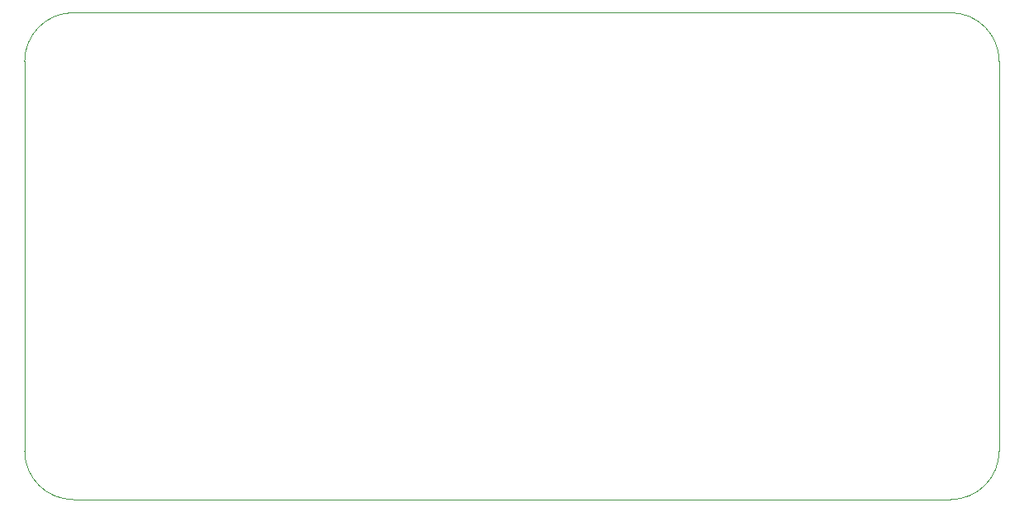
<source format=gbr>
%TF.GenerationSoftware,KiCad,Pcbnew,(5.1.9)-1*%
%TF.CreationDate,2021-03-29T12:12:37-04:00*%
%TF.ProjectId,EEG,4545472e-6b69-4636-9164-5f7063625858,rev?*%
%TF.SameCoordinates,Original*%
%TF.FileFunction,Profile,NP*%
%FSLAX46Y46*%
G04 Gerber Fmt 4.6, Leading zero omitted, Abs format (unit mm)*
G04 Created by KiCad (PCBNEW (5.1.9)-1) date 2021-03-29 12:12:37*
%MOMM*%
%LPD*%
G01*
G04 APERTURE LIST*
%TA.AperFunction,Profile*%
%ADD10C,0.050000*%
%TD*%
G04 APERTURE END LIST*
D10*
X203000000Y-110000000D02*
G75*
G02*
X198000000Y-115000000I-5000000J0D01*
G01*
X108000000Y-115000000D02*
G75*
G02*
X103000000Y-110000000I0J5000000D01*
G01*
X103000000Y-70000000D02*
G75*
G02*
X108000000Y-65000000I5000000J0D01*
G01*
X198000000Y-65000000D02*
G75*
G02*
X203000000Y-70000000I0J-5000000D01*
G01*
X103000000Y-70000000D02*
X103000000Y-110000000D01*
X203000000Y-70000000D02*
X203000000Y-110000000D01*
X108000000Y-65000000D02*
X198000000Y-65000000D01*
X198000000Y-115000000D02*
X108000000Y-115000000D01*
M02*

</source>
